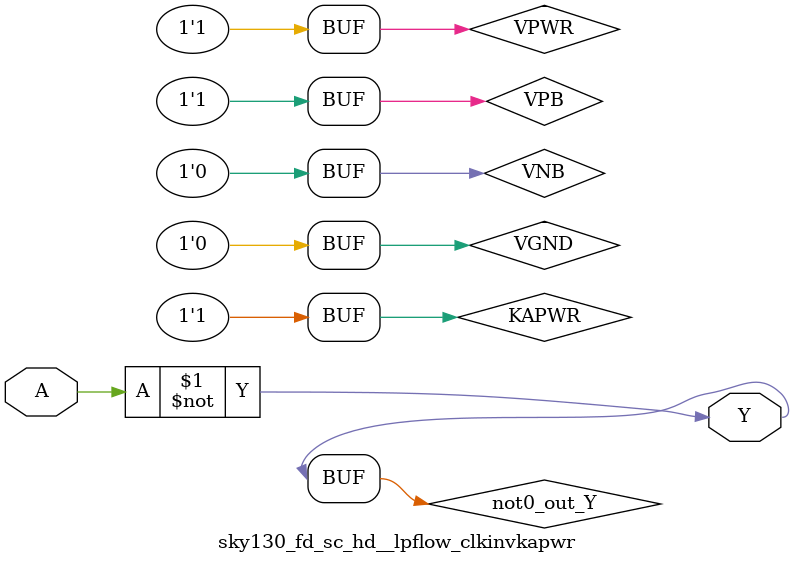
<source format=v>
/*
 * Copyright 2020 The SkyWater PDK Authors
 *
 * Licensed under the Apache License, Version 2.0 (the "License");
 * you may not use this file except in compliance with the License.
 * You may obtain a copy of the License at
 *
 *     https://www.apache.org/licenses/LICENSE-2.0
 *
 * Unless required by applicable law or agreed to in writing, software
 * distributed under the License is distributed on an "AS IS" BASIS,
 * WITHOUT WARRANTIES OR CONDITIONS OF ANY KIND, either express or implied.
 * See the License for the specific language governing permissions and
 * limitations under the License.
 *
 * SPDX-License-Identifier: Apache-2.0
*/


`ifndef SKY130_FD_SC_HD__LPFLOW_CLKINVKAPWR_TIMING_V
`define SKY130_FD_SC_HD__LPFLOW_CLKINVKAPWR_TIMING_V

/**
 * lpflow_clkinvkapwr: Clock tree inverter on keep-alive rail.
 *
 * Verilog simulation timing model.
 */

`timescale 1ns / 1ps
`default_nettype none

`celldefine
module sky130_fd_sc_hd__lpflow_clkinvkapwr (
    Y,
    A
);

    // Module ports
    output Y;
    input  A;

    // Module supplies
    supply1 KAPWR;
    supply1 VPWR ;
    supply0 VGND ;
    supply1 VPB  ;
    supply0 VNB  ;

    // Local signals
    wire not0_out_Y;

    //  Name  Output      Other arguments
    not not0 (not0_out_Y, A              );
    buf buf0 (Y         , not0_out_Y     );

endmodule
`endcelldefine

`default_nettype wire
`endif  // SKY130_FD_SC_HD__LPFLOW_CLKINVKAPWR_TIMING_V

</source>
